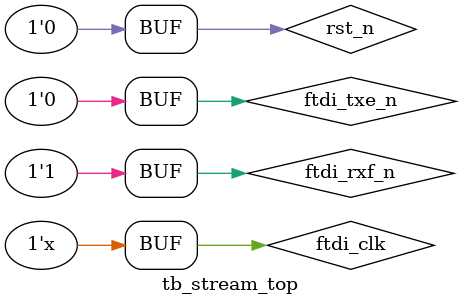
<source format=sv>
`timescale 1ns / 1ps

module tb_stream_top #(
    `include "tb_parameters.vh"
) ();

    reg ftdi_clk;
    reg rst_n;
    wire [3:0] LED;
    wire ftdi_resetn;
    wire ftdi_wakeupn;
    reg ftdi_rxf_n;
    reg ftdi_txe_n;
    wire ftdi_oe_n;
    wire ftdi_rd_n;
    wire ftdi_wr_n;
    //reg [15:0] reg_ftdi_data_to_module;
    //reg [15:0] reg_ftdi_data_from_module;
    //reg [15:0] reg_ftdi_data_i;
    wire [15:0] ftdi_data;
    //reg flag_ftdi_data_to_module;
    //reg [1:0] reg_ftdi_be_to_module;
    //reg [1:0] reg_ftdi_be_from_module;
    wire [1:0] ftdi_be;
    //reg flag_ftdi_be_to_module;

    //assign reg_ftdi_data_from_module = ftdi_data;
    //assign ftdi_data = (flag_ftdi_data_to_module==1'b1)? reg_ftdi_data_to_module : 16'hZZZZ;

    //assign reg_ftdi_be_from_module = ftdi_be;
    //assign ftdi_be = (flag_ftdi_be_to_module==1'b1)? reg_ftdi_be_to_module : 2'bZZ;


    always #FT600_CLK_PERIOD    ftdi_clk = ~ftdi_clk;

    ft600_stream_top ft600_stream_top (
    .rst_n(rst_n),
    .LED(LED),
    .ftdi_resetn(ftdi_resetn),   
    .ftdi_wakeupn(ftdi_wakeupn),
    .ftdi_clk(ftdi_clk),
    .ftdi_rxf_n(ftdi_rxf_n),   
    .ftdi_txe_n(ftdi_txe_n),   
    .ftdi_oe_n(ftdi_oe_n),    
    .ftdi_rd_n(ftdi_rd_n),    
    .ftdi_wr_n(ftdi_wr_n),    
    .ftdi_data(ftdi_data),   
    .ftdi_be(ftdi_be)
    );

    initial begin
        ftdi_clk = 1'b0;
        rst_n = 1'b1;
        ftdi_txe_n = 1'b1;
        ftdi_rxf_n = 1'b1;
        
        #15
        rst_n = 1'b0;
        #5
        ftdi_txe_n = 1'b0;

        //#50

        //ftdi_txe_n = 1'b1;
        //rst_n = 1'b1;

        //$display("end testbench");
        //$finish;
    end

endmodule
</source>
